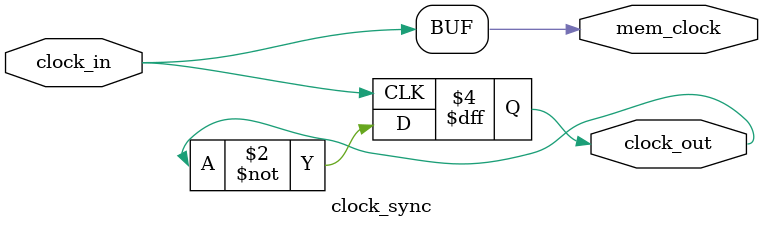
<source format=v>
module clock_sync(clock_in,clock_out,mem_clock);
	input clock_in;
	output reg clock_out; 
	output mem_clock;
	
	assign mem_clock = clock_in;
	
	initial
	begin
		clock_out <= 0;
	end
	
	always @ (posedge clock_in)
	begin
		clock_out <= ~clock_out;
	end
endmodule

</source>
